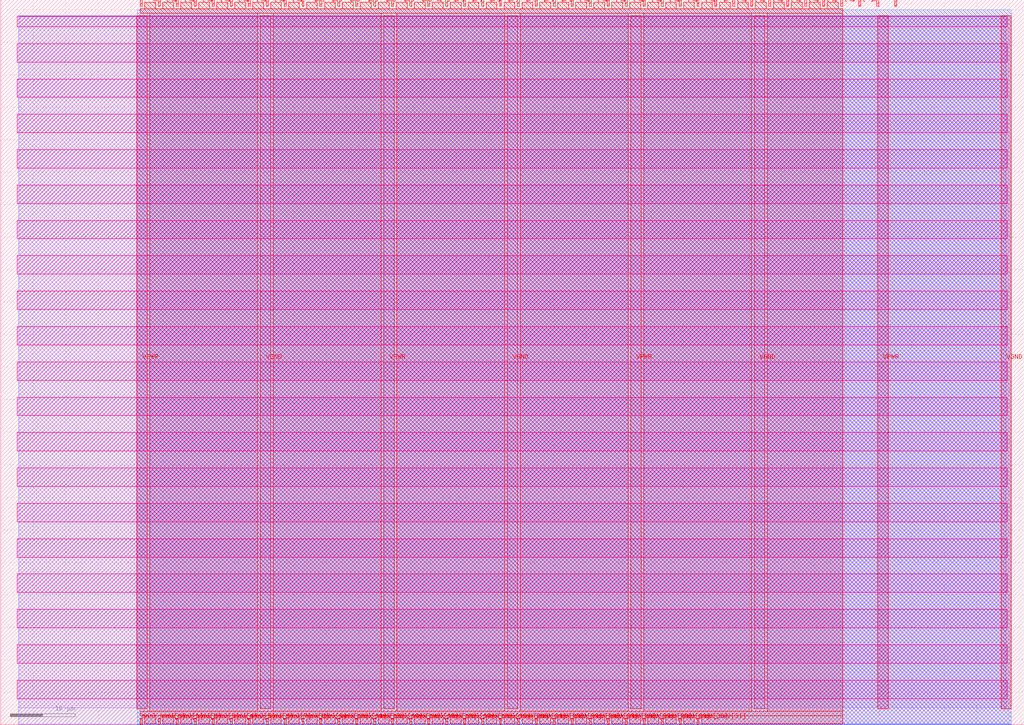
<source format=lef>
VERSION 5.7 ;
  NOWIREEXTENSIONATPIN ON ;
  DIVIDERCHAR "/" ;
  BUSBITCHARS "[]" ;
MACRO tt_um_openframe_mask_rev
  CLASS BLOCK ;
  FOREIGN tt_um_openframe_mask_rev ;
  ORIGIN 0.000 0.000 ;
  SIZE 157.320 BY 111.520 ;
  PIN VGND
    DIRECTION INOUT ;
    USE GROUND ;
    PORT
      LAYER met4 ;
        RECT 39.910 2.480 41.510 109.040 ;
    END
    PORT
      LAYER met4 ;
        RECT 77.860 2.480 79.460 109.040 ;
    END
    PORT
      LAYER met4 ;
        RECT 115.810 2.480 117.410 109.040 ;
    END
    PORT
      LAYER met4 ;
        RECT 153.760 2.480 155.360 109.040 ;
    END
  END VGND
  PIN VPWR
    DIRECTION INOUT ;
    USE POWER ;
    PORT
      LAYER met4 ;
        RECT 20.935 2.480 22.535 109.040 ;
    END
    PORT
      LAYER met4 ;
        RECT 58.885 2.480 60.485 109.040 ;
    END
    PORT
      LAYER met4 ;
        RECT 96.835 2.480 98.435 109.040 ;
    END
    PORT
      LAYER met4 ;
        RECT 134.785 2.480 136.385 109.040 ;
    END
  END VPWR
  PIN clk
    DIRECTION INPUT ;
    USE SIGNAL ;
    PORT
      LAYER met4 ;
        RECT 134.630 110.520 134.930 111.520 ;
    END
  END clk
  PIN ena
    DIRECTION INPUT ;
    USE SIGNAL ;
    PORT
      LAYER met4 ;
        RECT 137.390 110.520 137.690 111.520 ;
    END
  END ena
  PIN mask_rev[0]
    DIRECTION INPUT ;
    USE SIGNAL ;
    ANTENNAGATEAREA 0.196500 ;
    PORT
      LAYER met4 ;
        RECT 21.470 0.000 21.770 1.000 ;
    END
  END mask_rev[0]
  PIN mask_rev[10]
    DIRECTION INPUT ;
    USE SIGNAL ;
    ANTENNAGATEAREA 0.196500 ;
    PORT
      LAYER met4 ;
        RECT 49.070 0.000 49.370 1.000 ;
    END
  END mask_rev[10]
  PIN mask_rev[11]
    DIRECTION INPUT ;
    USE SIGNAL ;
    ANTENNAGATEAREA 0.196500 ;
    PORT
      LAYER met4 ;
        RECT 51.830 0.000 52.130 1.000 ;
    END
  END mask_rev[11]
  PIN mask_rev[12]
    DIRECTION INPUT ;
    USE SIGNAL ;
    ANTENNAGATEAREA 0.196500 ;
    PORT
      LAYER met4 ;
        RECT 54.590 0.000 54.890 1.000 ;
    END
  END mask_rev[12]
  PIN mask_rev[13]
    DIRECTION INPUT ;
    USE SIGNAL ;
    ANTENNAGATEAREA 0.196500 ;
    PORT
      LAYER met4 ;
        RECT 57.350 0.000 57.650 1.000 ;
    END
  END mask_rev[13]
  PIN mask_rev[14]
    DIRECTION INPUT ;
    USE SIGNAL ;
    ANTENNAGATEAREA 0.196500 ;
    PORT
      LAYER met4 ;
        RECT 60.110 0.000 60.410 1.000 ;
    END
  END mask_rev[14]
  PIN mask_rev[15]
    DIRECTION INPUT ;
    USE SIGNAL ;
    ANTENNAGATEAREA 0.196500 ;
    PORT
      LAYER met4 ;
        RECT 62.870 0.000 63.170 1.000 ;
    END
  END mask_rev[15]
  PIN mask_rev[16]
    DIRECTION INPUT ;
    USE SIGNAL ;
    ANTENNAGATEAREA 0.196500 ;
    PORT
      LAYER met4 ;
        RECT 65.630 0.000 65.930 1.000 ;
    END
  END mask_rev[16]
  PIN mask_rev[17]
    DIRECTION INPUT ;
    USE SIGNAL ;
    ANTENNAGATEAREA 0.196500 ;
    PORT
      LAYER met4 ;
        RECT 68.390 0.000 68.690 1.000 ;
    END
  END mask_rev[17]
  PIN mask_rev[18]
    DIRECTION INPUT ;
    USE SIGNAL ;
    ANTENNAGATEAREA 0.196500 ;
    PORT
      LAYER met4 ;
        RECT 71.150 0.000 71.450 1.000 ;
    END
  END mask_rev[18]
  PIN mask_rev[19]
    DIRECTION INPUT ;
    USE SIGNAL ;
    ANTENNAGATEAREA 0.196500 ;
    PORT
      LAYER met4 ;
        RECT 73.910 0.000 74.210 1.000 ;
    END
  END mask_rev[19]
  PIN mask_rev[1]
    DIRECTION INPUT ;
    USE SIGNAL ;
    ANTENNAGATEAREA 0.196500 ;
    PORT
      LAYER met4 ;
        RECT 24.230 0.000 24.530 1.000 ;
    END
  END mask_rev[1]
  PIN mask_rev[20]
    DIRECTION INPUT ;
    USE SIGNAL ;
    ANTENNAGATEAREA 0.196500 ;
    PORT
      LAYER met4 ;
        RECT 76.670 0.000 76.970 1.000 ;
    END
  END mask_rev[20]
  PIN mask_rev[21]
    DIRECTION INPUT ;
    USE SIGNAL ;
    ANTENNAGATEAREA 0.196500 ;
    PORT
      LAYER met4 ;
        RECT 79.430 0.000 79.730 1.000 ;
    END
  END mask_rev[21]
  PIN mask_rev[22]
    DIRECTION INPUT ;
    USE SIGNAL ;
    ANTENNAGATEAREA 0.196500 ;
    PORT
      LAYER met4 ;
        RECT 82.190 0.000 82.490 1.000 ;
    END
  END mask_rev[22]
  PIN mask_rev[23]
    DIRECTION INPUT ;
    USE SIGNAL ;
    ANTENNAGATEAREA 0.196500 ;
    PORT
      LAYER met4 ;
        RECT 84.950 0.000 85.250 1.000 ;
    END
  END mask_rev[23]
  PIN mask_rev[24]
    DIRECTION INPUT ;
    USE SIGNAL ;
    ANTENNAGATEAREA 0.196500 ;
    PORT
      LAYER met4 ;
        RECT 87.710 0.000 88.010 1.000 ;
    END
  END mask_rev[24]
  PIN mask_rev[25]
    DIRECTION INPUT ;
    USE SIGNAL ;
    ANTENNAGATEAREA 0.196500 ;
    PORT
      LAYER met4 ;
        RECT 90.470 0.000 90.770 1.000 ;
    END
  END mask_rev[25]
  PIN mask_rev[26]
    DIRECTION INPUT ;
    USE SIGNAL ;
    ANTENNAGATEAREA 0.196500 ;
    PORT
      LAYER met4 ;
        RECT 93.230 0.000 93.530 1.000 ;
    END
  END mask_rev[26]
  PIN mask_rev[27]
    DIRECTION INPUT ;
    USE SIGNAL ;
    ANTENNAGATEAREA 0.196500 ;
    PORT
      LAYER met4 ;
        RECT 95.990 0.000 96.290 1.000 ;
    END
  END mask_rev[27]
  PIN mask_rev[28]
    DIRECTION INPUT ;
    USE SIGNAL ;
    ANTENNAGATEAREA 0.196500 ;
    PORT
      LAYER met4 ;
        RECT 98.750 0.000 99.050 1.000 ;
    END
  END mask_rev[28]
  PIN mask_rev[29]
    DIRECTION INPUT ;
    USE SIGNAL ;
    ANTENNAGATEAREA 0.196500 ;
    PORT
      LAYER met4 ;
        RECT 101.510 0.000 101.810 1.000 ;
    END
  END mask_rev[29]
  PIN mask_rev[2]
    DIRECTION INPUT ;
    USE SIGNAL ;
    ANTENNAGATEAREA 0.196500 ;
    PORT
      LAYER met4 ;
        RECT 26.990 0.000 27.290 1.000 ;
    END
  END mask_rev[2]
  PIN mask_rev[30]
    DIRECTION INPUT ;
    USE SIGNAL ;
    ANTENNAGATEAREA 0.196500 ;
    PORT
      LAYER met4 ;
        RECT 104.270 0.000 104.570 1.000 ;
    END
  END mask_rev[30]
  PIN mask_rev[31]
    DIRECTION INPUT ;
    USE SIGNAL ;
    ANTENNAGATEAREA 0.196500 ;
    PORT
      LAYER met4 ;
        RECT 107.030 0.000 107.330 1.000 ;
    END
  END mask_rev[31]
  PIN mask_rev[3]
    DIRECTION INPUT ;
    USE SIGNAL ;
    ANTENNAGATEAREA 0.196500 ;
    PORT
      LAYER met4 ;
        RECT 29.750 0.000 30.050 1.000 ;
    END
  END mask_rev[3]
  PIN mask_rev[4]
    DIRECTION INPUT ;
    USE SIGNAL ;
    ANTENNAGATEAREA 0.196500 ;
    PORT
      LAYER met4 ;
        RECT 32.510 0.000 32.810 1.000 ;
    END
  END mask_rev[4]
  PIN mask_rev[5]
    DIRECTION INPUT ;
    USE SIGNAL ;
    ANTENNAGATEAREA 0.196500 ;
    PORT
      LAYER met4 ;
        RECT 35.270 0.000 35.570 1.000 ;
    END
  END mask_rev[5]
  PIN mask_rev[6]
    DIRECTION INPUT ;
    USE SIGNAL ;
    ANTENNAGATEAREA 0.196500 ;
    PORT
      LAYER met4 ;
        RECT 38.030 0.000 38.330 1.000 ;
    END
  END mask_rev[6]
  PIN mask_rev[7]
    DIRECTION INPUT ;
    USE SIGNAL ;
    ANTENNAGATEAREA 0.196500 ;
    PORT
      LAYER met4 ;
        RECT 40.790 0.000 41.090 1.000 ;
    END
  END mask_rev[7]
  PIN mask_rev[8]
    DIRECTION INPUT ;
    USE SIGNAL ;
    ANTENNAGATEAREA 0.196500 ;
    PORT
      LAYER met4 ;
        RECT 43.550 0.000 43.850 1.000 ;
    END
  END mask_rev[8]
  PIN mask_rev[9]
    DIRECTION INPUT ;
    USE SIGNAL ;
    ANTENNAGATEAREA 0.196500 ;
    PORT
      LAYER met4 ;
        RECT 46.310 0.000 46.610 1.000 ;
    END
  END mask_rev[9]
  PIN rst_n
    DIRECTION INPUT ;
    USE SIGNAL ;
    PORT
      LAYER met4 ;
        RECT 131.870 110.520 132.170 111.520 ;
    END
  END rst_n
  PIN ui_in[0]
    DIRECTION INPUT ;
    USE SIGNAL ;
    ANTENNAGATEAREA 0.247500 ;
    PORT
      LAYER met4 ;
        RECT 129.110 110.520 129.410 111.520 ;
    END
  END ui_in[0]
  PIN ui_in[1]
    DIRECTION INPUT ;
    USE SIGNAL ;
    ANTENNAGATEAREA 0.213000 ;
    PORT
      LAYER met4 ;
        RECT 126.350 110.520 126.650 111.520 ;
    END
  END ui_in[1]
  PIN ui_in[2]
    DIRECTION INPUT ;
    USE SIGNAL ;
    ANTENNAGATEAREA 0.159000 ;
    PORT
      LAYER met4 ;
        RECT 123.590 110.520 123.890 111.520 ;
    END
  END ui_in[2]
  PIN ui_in[3]
    DIRECTION INPUT ;
    USE SIGNAL ;
    PORT
      LAYER met4 ;
        RECT 120.830 110.520 121.130 111.520 ;
    END
  END ui_in[3]
  PIN ui_in[4]
    DIRECTION INPUT ;
    USE SIGNAL ;
    PORT
      LAYER met4 ;
        RECT 118.070 110.520 118.370 111.520 ;
    END
  END ui_in[4]
  PIN ui_in[5]
    DIRECTION INPUT ;
    USE SIGNAL ;
    PORT
      LAYER met4 ;
        RECT 115.310 110.520 115.610 111.520 ;
    END
  END ui_in[5]
  PIN ui_in[6]
    DIRECTION INPUT ;
    USE SIGNAL ;
    PORT
      LAYER met4 ;
        RECT 112.550 110.520 112.850 111.520 ;
    END
  END ui_in[6]
  PIN ui_in[7]
    DIRECTION INPUT ;
    USE SIGNAL ;
    PORT
      LAYER met4 ;
        RECT 109.790 110.520 110.090 111.520 ;
    END
  END ui_in[7]
  PIN uio_in[0]
    DIRECTION INPUT ;
    USE SIGNAL ;
    PORT
      LAYER met4 ;
        RECT 107.030 110.520 107.330 111.520 ;
    END
  END uio_in[0]
  PIN uio_in[1]
    DIRECTION INPUT ;
    USE SIGNAL ;
    PORT
      LAYER met4 ;
        RECT 104.270 110.520 104.570 111.520 ;
    END
  END uio_in[1]
  PIN uio_in[2]
    DIRECTION INPUT ;
    USE SIGNAL ;
    PORT
      LAYER met4 ;
        RECT 101.510 110.520 101.810 111.520 ;
    END
  END uio_in[2]
  PIN uio_in[3]
    DIRECTION INPUT ;
    USE SIGNAL ;
    PORT
      LAYER met4 ;
        RECT 98.750 110.520 99.050 111.520 ;
    END
  END uio_in[3]
  PIN uio_in[4]
    DIRECTION INPUT ;
    USE SIGNAL ;
    PORT
      LAYER met4 ;
        RECT 95.990 110.520 96.290 111.520 ;
    END
  END uio_in[4]
  PIN uio_in[5]
    DIRECTION INPUT ;
    USE SIGNAL ;
    PORT
      LAYER met4 ;
        RECT 93.230 110.520 93.530 111.520 ;
    END
  END uio_in[5]
  PIN uio_in[6]
    DIRECTION INPUT ;
    USE SIGNAL ;
    PORT
      LAYER met4 ;
        RECT 90.470 110.520 90.770 111.520 ;
    END
  END uio_in[6]
  PIN uio_in[7]
    DIRECTION INPUT ;
    USE SIGNAL ;
    PORT
      LAYER met4 ;
        RECT 87.710 110.520 88.010 111.520 ;
    END
  END uio_in[7]
  PIN uio_oe[0]
    DIRECTION OUTPUT TRISTATE ;
    USE SIGNAL ;
    PORT
      LAYER met4 ;
        RECT 40.790 110.520 41.090 111.520 ;
    END
  END uio_oe[0]
  PIN uio_oe[1]
    DIRECTION OUTPUT TRISTATE ;
    USE SIGNAL ;
    PORT
      LAYER met4 ;
        RECT 38.030 110.520 38.330 111.520 ;
    END
  END uio_oe[1]
  PIN uio_oe[2]
    DIRECTION OUTPUT TRISTATE ;
    USE SIGNAL ;
    PORT
      LAYER met4 ;
        RECT 35.270 110.520 35.570 111.520 ;
    END
  END uio_oe[2]
  PIN uio_oe[3]
    DIRECTION OUTPUT TRISTATE ;
    USE SIGNAL ;
    PORT
      LAYER met4 ;
        RECT 32.510 110.520 32.810 111.520 ;
    END
  END uio_oe[3]
  PIN uio_oe[4]
    DIRECTION OUTPUT TRISTATE ;
    USE SIGNAL ;
    PORT
      LAYER met4 ;
        RECT 29.750 110.520 30.050 111.520 ;
    END
  END uio_oe[4]
  PIN uio_oe[5]
    DIRECTION OUTPUT TRISTATE ;
    USE SIGNAL ;
    PORT
      LAYER met4 ;
        RECT 26.990 110.520 27.290 111.520 ;
    END
  END uio_oe[5]
  PIN uio_oe[6]
    DIRECTION OUTPUT TRISTATE ;
    USE SIGNAL ;
    PORT
      LAYER met4 ;
        RECT 24.230 110.520 24.530 111.520 ;
    END
  END uio_oe[6]
  PIN uio_oe[7]
    DIRECTION OUTPUT TRISTATE ;
    USE SIGNAL ;
    PORT
      LAYER met4 ;
        RECT 21.470 110.520 21.770 111.520 ;
    END
  END uio_oe[7]
  PIN uio_out[0]
    DIRECTION OUTPUT TRISTATE ;
    USE SIGNAL ;
    ANTENNADIFFAREA 0.795200 ;
    PORT
      LAYER met4 ;
        RECT 62.870 110.520 63.170 111.520 ;
    END
  END uio_out[0]
  PIN uio_out[1]
    DIRECTION OUTPUT TRISTATE ;
    USE SIGNAL ;
    ANTENNADIFFAREA 0.795200 ;
    PORT
      LAYER met4 ;
        RECT 60.110 110.520 60.410 111.520 ;
    END
  END uio_out[1]
  PIN uio_out[2]
    DIRECTION OUTPUT TRISTATE ;
    USE SIGNAL ;
    ANTENNADIFFAREA 0.795200 ;
    PORT
      LAYER met4 ;
        RECT 57.350 110.520 57.650 111.520 ;
    END
  END uio_out[2]
  PIN uio_out[3]
    DIRECTION OUTPUT TRISTATE ;
    USE SIGNAL ;
    ANTENNADIFFAREA 0.795200 ;
    PORT
      LAYER met4 ;
        RECT 54.590 110.520 54.890 111.520 ;
    END
  END uio_out[3]
  PIN uio_out[4]
    DIRECTION OUTPUT TRISTATE ;
    USE SIGNAL ;
    ANTENNADIFFAREA 0.795200 ;
    PORT
      LAYER met4 ;
        RECT 51.830 110.520 52.130 111.520 ;
    END
  END uio_out[4]
  PIN uio_out[5]
    DIRECTION OUTPUT TRISTATE ;
    USE SIGNAL ;
    ANTENNADIFFAREA 0.795200 ;
    PORT
      LAYER met4 ;
        RECT 49.070 110.520 49.370 111.520 ;
    END
  END uio_out[5]
  PIN uio_out[6]
    DIRECTION OUTPUT TRISTATE ;
    USE SIGNAL ;
    ANTENNADIFFAREA 0.795200 ;
    PORT
      LAYER met4 ;
        RECT 46.310 110.520 46.610 111.520 ;
    END
  END uio_out[6]
  PIN uio_out[7]
    DIRECTION OUTPUT TRISTATE ;
    USE SIGNAL ;
    ANTENNADIFFAREA 0.795200 ;
    PORT
      LAYER met4 ;
        RECT 43.550 110.520 43.850 111.520 ;
    END
  END uio_out[7]
  PIN uo_out[0]
    DIRECTION OUTPUT TRISTATE ;
    USE SIGNAL ;
    ANTENNADIFFAREA 0.891000 ;
    PORT
      LAYER met4 ;
        RECT 84.950 110.520 85.250 111.520 ;
    END
  END uo_out[0]
  PIN uo_out[1]
    DIRECTION OUTPUT TRISTATE ;
    USE SIGNAL ;
    ANTENNADIFFAREA 1.431000 ;
    PORT
      LAYER met4 ;
        RECT 82.190 110.520 82.490 111.520 ;
    END
  END uo_out[1]
  PIN uo_out[2]
    DIRECTION OUTPUT TRISTATE ;
    USE SIGNAL ;
    ANTENNADIFFAREA 1.782000 ;
    PORT
      LAYER met4 ;
        RECT 79.430 110.520 79.730 111.520 ;
    END
  END uo_out[2]
  PIN uo_out[3]
    DIRECTION OUTPUT TRISTATE ;
    USE SIGNAL ;
    ANTENNADIFFAREA 0.891000 ;
    PORT
      LAYER met4 ;
        RECT 76.670 110.520 76.970 111.520 ;
    END
  END uo_out[3]
  PIN uo_out[4]
    DIRECTION OUTPUT TRISTATE ;
    USE SIGNAL ;
    ANTENNADIFFAREA 0.933750 ;
    PORT
      LAYER met4 ;
        RECT 73.910 110.520 74.210 111.520 ;
    END
  END uo_out[4]
  PIN uo_out[5]
    DIRECTION OUTPUT TRISTATE ;
    USE SIGNAL ;
    ANTENNADIFFAREA 0.891000 ;
    PORT
      LAYER met4 ;
        RECT 71.150 110.520 71.450 111.520 ;
    END
  END uo_out[5]
  PIN uo_out[6]
    DIRECTION OUTPUT TRISTATE ;
    USE SIGNAL ;
    ANTENNADIFFAREA 0.891000 ;
    PORT
      LAYER met4 ;
        RECT 68.390 110.520 68.690 111.520 ;
    END
  END uo_out[6]
  PIN uo_out[7]
    DIRECTION OUTPUT TRISTATE ;
    USE SIGNAL ;
    PORT
      LAYER met4 ;
        RECT 65.630 110.520 65.930 111.520 ;
    END
  END uo_out[7]
  OBS
      LAYER nwell ;
        RECT 2.570 107.385 154.750 108.990 ;
        RECT 2.570 101.945 154.750 104.775 ;
        RECT 2.570 96.505 154.750 99.335 ;
        RECT 2.570 91.065 154.750 93.895 ;
        RECT 2.570 85.625 154.750 88.455 ;
        RECT 2.570 80.185 154.750 83.015 ;
        RECT 2.570 74.745 154.750 77.575 ;
        RECT 2.570 69.305 154.750 72.135 ;
        RECT 2.570 63.865 154.750 66.695 ;
        RECT 2.570 58.425 154.750 61.255 ;
        RECT 2.570 52.985 154.750 55.815 ;
        RECT 2.570 47.545 154.750 50.375 ;
        RECT 2.570 42.105 154.750 44.935 ;
        RECT 2.570 36.665 154.750 39.495 ;
        RECT 2.570 31.225 154.750 34.055 ;
        RECT 2.570 25.785 154.750 28.615 ;
        RECT 2.570 20.345 154.750 23.175 ;
        RECT 2.570 14.905 154.750 17.735 ;
        RECT 2.570 9.465 154.750 12.295 ;
        RECT 2.570 4.025 154.750 6.855 ;
      LAYER li1 ;
        RECT 2.760 2.635 154.560 108.885 ;
      LAYER met1 ;
        RECT 2.760 0.040 155.360 109.040 ;
      LAYER met2 ;
        RECT 20.965 0.010 155.330 110.005 ;
      LAYER met3 ;
        RECT 20.945 0.175 155.350 109.985 ;
      LAYER met4 ;
        RECT 22.170 110.120 23.830 111.170 ;
        RECT 24.930 110.120 26.590 111.170 ;
        RECT 27.690 110.120 29.350 111.170 ;
        RECT 30.450 110.120 32.110 111.170 ;
        RECT 33.210 110.120 34.870 111.170 ;
        RECT 35.970 110.120 37.630 111.170 ;
        RECT 38.730 110.120 40.390 111.170 ;
        RECT 41.490 110.120 43.150 111.170 ;
        RECT 44.250 110.120 45.910 111.170 ;
        RECT 47.010 110.120 48.670 111.170 ;
        RECT 49.770 110.120 51.430 111.170 ;
        RECT 52.530 110.120 54.190 111.170 ;
        RECT 55.290 110.120 56.950 111.170 ;
        RECT 58.050 110.120 59.710 111.170 ;
        RECT 60.810 110.120 62.470 111.170 ;
        RECT 63.570 110.120 65.230 111.170 ;
        RECT 66.330 110.120 67.990 111.170 ;
        RECT 69.090 110.120 70.750 111.170 ;
        RECT 71.850 110.120 73.510 111.170 ;
        RECT 74.610 110.120 76.270 111.170 ;
        RECT 77.370 110.120 79.030 111.170 ;
        RECT 80.130 110.120 81.790 111.170 ;
        RECT 82.890 110.120 84.550 111.170 ;
        RECT 85.650 110.120 87.310 111.170 ;
        RECT 88.410 110.120 90.070 111.170 ;
        RECT 91.170 110.120 92.830 111.170 ;
        RECT 93.930 110.120 95.590 111.170 ;
        RECT 96.690 110.120 98.350 111.170 ;
        RECT 99.450 110.120 101.110 111.170 ;
        RECT 102.210 110.120 103.870 111.170 ;
        RECT 104.970 110.120 106.630 111.170 ;
        RECT 107.730 110.120 109.390 111.170 ;
        RECT 110.490 110.120 112.150 111.170 ;
        RECT 113.250 110.120 114.910 111.170 ;
        RECT 116.010 110.120 117.670 111.170 ;
        RECT 118.770 110.120 120.430 111.170 ;
        RECT 121.530 110.120 123.190 111.170 ;
        RECT 124.290 110.120 125.950 111.170 ;
        RECT 127.050 110.120 128.710 111.170 ;
        RECT 21.455 109.440 129.425 110.120 ;
        RECT 22.935 2.080 39.510 109.440 ;
        RECT 41.910 2.080 58.485 109.440 ;
        RECT 60.885 2.080 77.460 109.440 ;
        RECT 79.860 2.080 96.435 109.440 ;
        RECT 98.835 2.080 115.410 109.440 ;
        RECT 117.810 2.080 129.425 109.440 ;
        RECT 21.455 1.400 129.425 2.080 ;
        RECT 22.170 0.175 23.830 1.400 ;
        RECT 24.930 0.175 26.590 1.400 ;
        RECT 27.690 0.175 29.350 1.400 ;
        RECT 30.450 0.175 32.110 1.400 ;
        RECT 33.210 0.175 34.870 1.400 ;
        RECT 35.970 0.175 37.630 1.400 ;
        RECT 38.730 0.175 40.390 1.400 ;
        RECT 41.490 0.175 43.150 1.400 ;
        RECT 44.250 0.175 45.910 1.400 ;
        RECT 47.010 0.175 48.670 1.400 ;
        RECT 49.770 0.175 51.430 1.400 ;
        RECT 52.530 0.175 54.190 1.400 ;
        RECT 55.290 0.175 56.950 1.400 ;
        RECT 58.050 0.175 59.710 1.400 ;
        RECT 60.810 0.175 62.470 1.400 ;
        RECT 63.570 0.175 65.230 1.400 ;
        RECT 66.330 0.175 67.990 1.400 ;
        RECT 69.090 0.175 70.750 1.400 ;
        RECT 71.850 0.175 73.510 1.400 ;
        RECT 74.610 0.175 76.270 1.400 ;
        RECT 77.370 0.175 79.030 1.400 ;
        RECT 80.130 0.175 81.790 1.400 ;
        RECT 82.890 0.175 84.550 1.400 ;
        RECT 85.650 0.175 87.310 1.400 ;
        RECT 88.410 0.175 90.070 1.400 ;
        RECT 91.170 0.175 92.830 1.400 ;
        RECT 93.930 0.175 95.590 1.400 ;
        RECT 96.690 0.175 98.350 1.400 ;
        RECT 99.450 0.175 101.110 1.400 ;
        RECT 102.210 0.175 103.870 1.400 ;
        RECT 104.970 0.175 106.630 1.400 ;
        RECT 107.730 0.175 129.425 1.400 ;
  END
END tt_um_openframe_mask_rev
END LIBRARY


</source>
